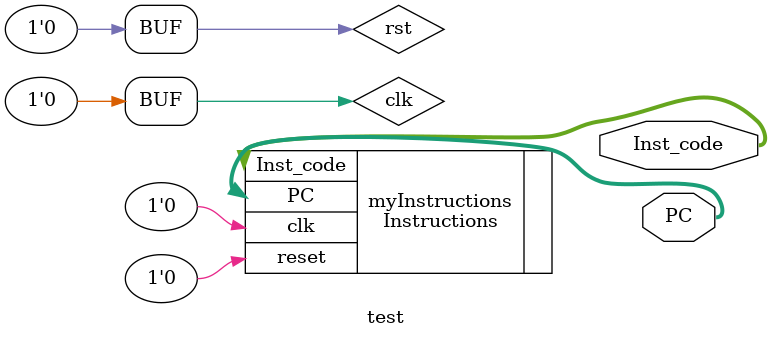
<source format=v>
`timescale 1ns / 1ps


module test(
output [31:0] Inst_code,PC
    );
   reg clk,rst;
   
   Instructions myInstructions(.clk(clk),.reset(rst),.Inst_code(Inst_code),.PC(PC));
    initial
        begin
            clk = 0;
            rst = 0;
            
            #50;
            clk = 1;
            #50;
            clk = 0;
            
            #50;
            clk = 1;
            #50;
            clk = 0;
            
            #50;
            clk = 1;
            #50;
            clk = 0;
            
            #50;
            clk = 1;
            #50;
            clk = 0;
        end
endmodule

</source>
